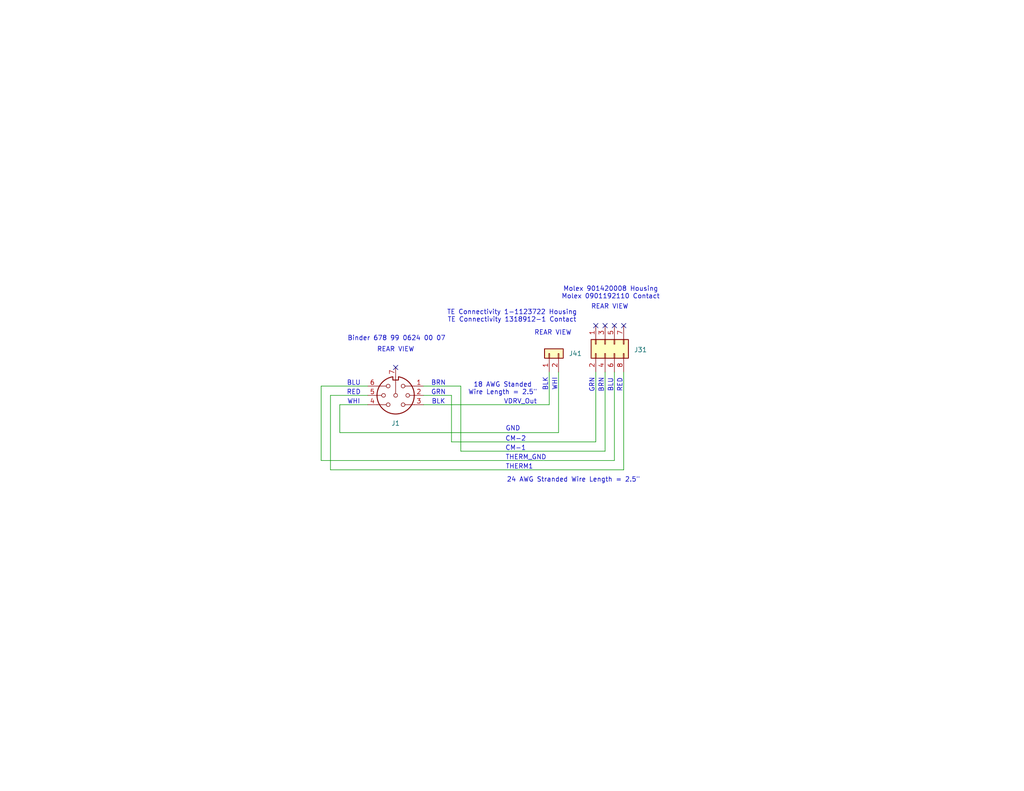
<source format=kicad_sch>
(kicad_sch (version 20231120) (generator "eeschema") (generator_version "8.0")
  (paper "A")
  (title_block (title "Smart Charger Chassis Coil Connector - Passive Coil") (date "2025-01-15") (rev "A") (company "Cosmiic"))
  (lib_symbols
    (symbol "Connector:DIN-7_CenterPin7" (pin_names (offset 1.016))
      (property "Reference" "J" (at 0 6.35 0))
      (property "Value" "DIN-7_CenterPin7" (at 3.048 -5.334 0))
      (symbol "DIN-7_CenterPin7_0_1"
        (arc (start -5.08 0) (mid -3.8609 -3.3364) (end -0.762 -5.08) (stroke (width 0.254)))
        (circle (center -3.302 0) (radius 0.508))
        (circle (center -2.032 -2.54) (radius 0.508))
        (circle (center -2.032 2.54) (radius 0.508))
        (polyline (pts (xy -5.08 0) (xy -3.81 0)))
        (polyline (pts (xy 0 -0.508) (xy 0 -5.08)))
        (polyline (pts (xy 5.08 0) (xy 3.81 0)))
        (polyline (pts (xy -5.08 -2.54) (xy -4.318 -2.54) (xy -2.54 -2.54)))
        (polyline (pts (xy -5.08 2.54) (xy -4.318 2.54) (xy -2.54 2.54)))
        (polyline (pts (xy 5.08 -2.54) (xy 4.318 -2.54) (xy 2.54 -2.54)))
        (polyline (pts (xy 5.08 2.54) (xy 4.318 2.54) (xy 2.54 2.54)))
        (polyline (pts (xy -0.762 -4.953) (xy -0.762 -4.191) (xy 0.762 -4.191) (xy 0.762 -4.953)) (stroke (width 0.254)))
        (circle (center 0 0) (radius 0.508))
        (arc (start 0.762 -5.08) (mid 3.8685 -3.343) (end 5.08 0) (stroke (width 0.254)))
        (circle (center 2.032 -2.54) (radius 0.508))
        (circle (center 2.032 2.54) (radius 0.508))
        (circle (center 3.302 0) (radius 0.508))
        (arc (start 5.08 0) (mid 0 5.0579) (end -5.08 0) (stroke (width 0.254)))
      )
      (symbol "DIN-7_CenterPin7_1_1"
        (pin passive line (at 7.62 -2.54 180) (length 2.54) (name "~") (number "1"))
        (pin passive line (at 7.62 0 180) (length 2.54) (name "~") (number "2"))
        (pin passive line (at 7.62 2.54 180) (length 2.54) (name "~") (number "3"))
        (pin passive line (at -7.62 2.54 0) (length 2.54) (name "~") (number "4"))
        (pin passive line (at -7.62 0 0) (length 2.54) (name "~") (number "5"))
        (pin passive line (at -7.62 -2.54 0) (length 2.54) (name "~") (number "6"))
        (pin passive line (at 0 -7.62 90) (length 2.54) (name "~") (number "7"))
      )
    )
    (symbol "Connector_Generic:Conn_01x02" (pin_names (offset 1.016) hide)
      (property "Reference" "J" (at 0 2.54 0))
      (property "Value" "Conn_01x02" (at 0 -5.08 0))
      (symbol "Conn_01x02_1_1"
        (rectangle (start -1.27 -2.413) (end 0 -2.667) (stroke (width 0.1524)))
        (rectangle (start -1.27 0.127) (end 0 -0.127) (stroke (width 0.1524)))
        (rectangle (start -1.27 1.27) (end 1.27 -3.81) (stroke (width 0.254)) (fill (type background)))
        (pin passive line (at -5.08 0 0) (length 3.81) (name "Pin_1") (number "1"))
        (pin passive line (at -5.08 -2.54 0) (length 3.81) (name "Pin_2") (number "2"))
      )
    )
    (symbol "Connector_Generic:Conn_02x04_Odd_Even" (pin_names (offset 1.016) hide)
      (property "Reference" "J" (at 1.27 5.08 0))
      (property "Value" "Conn_02x04_Odd_Even" (at 1.27 -7.62 0))
      (symbol "Conn_02x04_Odd_Even_1_1"
        (rectangle (start -1.27 -4.953) (end 0 -5.207) (stroke (width 0.1524)))
        (rectangle (start -1.27 -2.413) (end 0 -2.667) (stroke (width 0.1524)))
        (rectangle (start -1.27 0.127) (end 0 -0.127) (stroke (width 0.1524)))
        (rectangle (start -1.27 2.667) (end 0 2.413) (stroke (width 0.1524)))
        (rectangle (start -1.27 3.81) (end 3.81 -6.35) (stroke (width 0.254)) (fill (type background)))
        (rectangle (start 3.81 -4.953) (end 2.54 -5.207) (stroke (width 0.1524)))
        (rectangle (start 3.81 -2.413) (end 2.54 -2.667) (stroke (width 0.1524)))
        (rectangle (start 3.81 0.127) (end 2.54 -0.127) (stroke (width 0.1524)))
        (rectangle (start 3.81 2.667) (end 2.54 2.413) (stroke (width 0.1524)))
        (pin passive line (at -5.08 2.54 0) (length 3.81) (name "Pin_1") (number "1"))
        (pin passive line (at 7.62 2.54 180) (length 3.81) (name "Pin_2") (number "2"))
        (pin passive line (at -5.08 0 0) (length 3.81) (name "Pin_3") (number "3"))
        (pin passive line (at 7.62 0 180) (length 3.81) (name "Pin_4") (number "4"))
        (pin passive line (at -5.08 -2.54 0) (length 3.81) (name "Pin_5") (number "5"))
        (pin passive line (at 7.62 -2.54 180) (length 3.81) (name "Pin_6") (number "6"))
        (pin passive line (at -5.08 -5.08 0) (length 3.81) (name "Pin_7") (number "7"))
        (pin passive line (at 7.62 -5.08 180) (length 3.81) (name "Pin_8") (number "8"))
      )
    )
  )
  (no_connect (at 107.95 100.33))
  (no_connect (at 162.56 88.9))
  (no_connect (at 170.18 88.9))
  (no_connect (at 165.1 88.9))
  (no_connect (at 167.64 88.9))
  (wire (pts (xy 90.17 107.95) (xy 100.33 107.95)))
  (wire (pts (xy 115.57 107.95) (xy 123.19 107.95)))
  (wire (pts (xy 123.19 107.95) (xy 123.19 120.65)))
  (wire (pts (xy 92.71 110.49) (xy 92.71 118.11)))
  (wire (pts (xy 123.19 120.65) (xy 162.56 120.65)))
  (wire (pts (xy 90.17 107.95) (xy 90.17 128.27)))
  (wire (pts (xy 92.71 110.49) (xy 100.33 110.49)))
  (wire (pts (xy 170.18 101.6) (xy 170.18 128.27)))
  (wire (pts (xy 125.73 105.41) (xy 125.73 123.19)))
  (wire (pts (xy 87.63 125.73) (xy 167.64 125.73)))
  (wire (pts (xy 115.57 105.41) (xy 125.73 105.41)))
  (wire (pts (xy 162.56 101.6) (xy 162.56 120.65)))
  (wire (pts (xy 167.64 101.6) (xy 167.64 125.73)))
  (wire (pts (xy 125.73 123.19) (xy 165.1 123.19)))
  (wire (pts (xy 115.57 110.49) (xy 149.86 110.49)))
  (wire (pts (xy 87.63 105.41) (xy 100.33 105.41)))
  (wire (pts (xy 165.1 101.6) (xy 165.1 123.19)))
  (wire (pts (xy 87.63 105.41) (xy 87.63 125.73)))
  (wire (pts (xy 92.71 118.11) (xy 152.4 118.11)))
  (wire (pts (xy 152.4 101.6) (xy 152.4 118.11)))
  (wire (pts (xy 90.17 128.27) (xy 170.18 128.27)))
  (wire (pts (xy 149.86 101.6) (xy 149.86 110.49)))
  (text "BLK" (at 148.844 104.902 90) (effects (font (size 1.27 1.27))))
  (text "RED" (at 169.164 105.156 90) (effects (font (size 1.27 1.27))))
  (text "BRN" (at 119.634 104.648 0) (effects (font (size 1.27 1.27))))
  (text "BLU" (at 96.52 104.648 0) (effects (font (size 1.27 1.27))))
  (text "REAR VIEW" (at 107.95 95.504 0) (effects (font (size 1.27 1.27))))
  (text "CM-1" (at 140.716 122.428 0) (effects (font (size 1.27 1.27))))
  (text "WHI" (at 96.52 109.728 0) (effects (font (size 1.27 1.27))))
  (text "REAR VIEW" (at 166.37 83.82 0) (effects (font (size 1.27 1.27))))
  (text "BLU" (at 166.624 105.156 90) (effects (font (size 1.27 1.27))))
  (text "BLK" (at 119.634 109.728 0) (effects (font (size 1.27 1.27))))
  (text "GRN" (at 119.634 107.188 0) (effects (font (size 1.27 1.27))))
  (text "RED" (at 96.52 107.188 0) (effects (font (size 1.27 1.27))))
  (text "WHI" (at 151.384 104.902 90) (effects (font (size 1.27 1.27))))
  (text "18 AWG Standed\nWire Length = 2.5\"" (at 137.16 106.172 0) (effects (font (size 1.27 1.27))))
  (text "24 AWG Stranded Wire Length = 2.5\"" (at 156.464 131.064 0) (effects (font (size 1.27 1.27))))
  (text "VDRV_Out" (at 141.986 109.728 0) (effects (font (size 1.27 1.27))))
  (text "BRN" (at 164.084 105.156 90) (effects (font (size 1.27 1.27))))
  (text "TE Connectivity 1-1123722 Housing\nTE Connectivity 1318912-1 Contact" (at 139.7 86.36 0) (effects (font (size 1.27 1.27))))
  (text "THERM1" (at 141.732 127.508 0) (effects (font (size 1.27 1.27))))
  (text "CM-2" (at 140.716 119.888 0) (effects (font (size 1.27 1.27))))
  (text "GND" (at 139.954 117.094 0) (effects (font (size 1.27 1.27))))
  (text "REAR VIEW" (at 150.876 90.932 0) (effects (font (size 1.27 1.27))))
  (text "GRN" (at 161.544 105.156 90) (effects (font (size 1.27 1.27))))
  (text "Molex 901420008 Housing\nMolex 0901192110 Contact" (at 166.624 80.01 0) (effects (font (size 1.27 1.27))))
  (text "THERM_GND" (at 143.51 124.968 0) (effects (font (size 1.27 1.27))))
  (text "Binder 678 99 0624 00 07" (at 108.204 92.456 0) (effects (font (size 1.27 1.27))))
  (symbol (lib_id "Connector_Generic:Conn_01x02") (at 149.86 96.52 90) (unit 1)
    (property "Reference" "J41" (at 155.194 96.52 90) (effects (justify right)))
    (property "Value" "Conn_01x02" (effects (hide yes)))
    (property "Description" "Generic connector, single row, 01x02, script generated (kicad-library-utils/schlib/autogen/connector/)" (effects (hide yes)))
  )
  (symbol (lib_id "Connector_Generic:Conn_02x04_Odd_Even") (at 165.1 93.98 90) (mirror x) (unit 1)
    (property "Reference" "J31" (at 172.974 95.504 90) (effects (justify right)))
    (property "Value" "Conn_02x04_Odd_Even" (effects (hide yes)))
    (property "Description" "Generic connector, double row, 02x04, odd/even pin numbering scheme (row 1 odd numbers, row 2 even numbers), script generated (kicad-library-utils/schlib/autogen/connector/)" (effects (hide yes)))
  )
  (symbol (lib_id "Connector:DIN-7_CenterPin7") (at 107.95 107.95 0) (mirror x) (unit 1)
    (property "Reference" "J1" (at 107.95 115.57 0))
    (property "Value" "DIN-7_CenterPin7" (effects (hide yes)))
    (property "Datasheet" "http://www.mouser.com/ds/2/18/40_c091_abd_e-75918.pdf" (effects (hide yes)))
    (property "Description" "7-pin DIN connector with pin 7 in center" (effects (hide yes)))
  )
)
</source>
